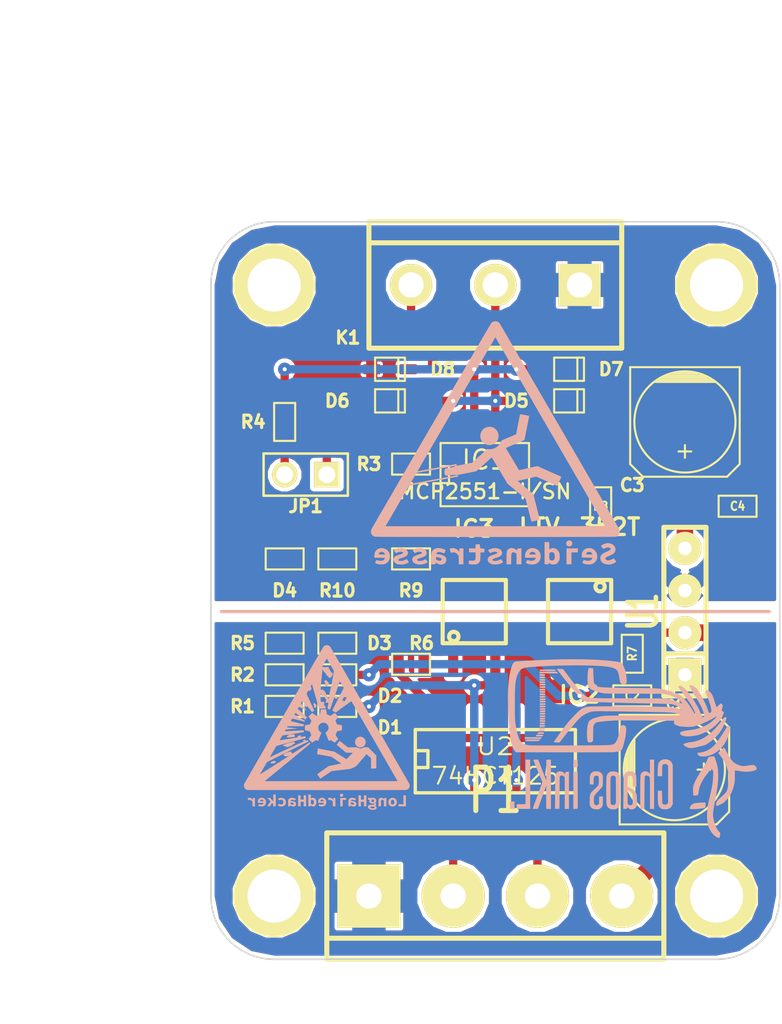
<source format=kicad_pcb>
(kicad_pcb (version 3) (host pcbnew "(2013-may-18)-stable")
  (layers (15 F.Cu signal hide) (0 B.Cu signal hide) (18 B.Paste user) (19 F.Paste user) (20 B.SilkS user hide) (21 F.SilkS user) (22 B.Mask user) (23 F.Mask user) (28 Edge.Cuts user))
  (net 0 "")
  (net 1 +5V)
  (net 2 BUS_5V)
  (net 3 BUS_GND)
  (net 4 GND)
  (net 5 N-0000020)
  (net 6 N-0000021)
  (net 7 N-0000022)
  (net 8 N-0000023)
  (net 9 N-0000024)
  (net 10 N-0000025)
  (net 11 N-0000026)
  (net 12 N-0000027)
  (net 13 N-000004)
  (net 14 N-000005)
  (net 15 N-000006)
  (net 16 N-000007)
  (net 17 RXD)
  (net 18 RXDout)
  (net 19 TXD)
  (net 20 TXDin)
  (module SO8E (layer F.Cu) (at 40.005 44.45)
    (fp_text reference IC1 (at 0 -0.889) (layer F.SilkS) (effects (font (size 1.143 1.143) (thickness 0.1524))))
    (fp_text value MCP2551-I/SN (at 0 1.016) (layer F.SilkS) (effects (font (size 0.889 0.889) (thickness 0.1524))))
    (pad 8 smd rect (at -1.905 -2.667) (size 0.59944 1.39954) (layers F.Cu F.Paste F.Mask) (net 12 N-0000027))
    (pad 1 smd rect (at -1.905 2.667) (size 0.59944 1.39954) (layers F.Cu F.Paste F.Mask) (net 6 N-0000021))
    (pad 7 smd rect (at -0.635 -2.667) (size 0.59944 1.39954) (layers F.Cu F.Paste F.Mask) (net 10 N-0000025))
    (pad 6 smd rect (at 0.635 -2.667) (size 0.59944 1.39954) (layers F.Cu F.Paste F.Mask) (net 11 N-0000026))
    (pad 5 smd rect (at 1.905 -2.667) (size 0.59944 1.39954) (layers F.Cu F.Paste F.Mask))
    (pad 2 smd rect (at -0.635 2.667) (size 0.59944 1.39954) (layers F.Cu F.Paste F.Mask) (net 3 BUS_GND))
    (pad 3 smd rect (at 0.635 2.667) (size 0.59944 1.39954) (layers F.Cu F.Paste F.Mask) (net 2 BUS_5V))
    (pad 4 smd rect (at 1.905 2.667) (size 0.59944 1.39954) (layers F.Cu F.Paste F.Mask) (net 7 N-0000022))
  )
  (module SM0603 (layer F.Cu) (at 35.56 43.815 180)
    (fp_text reference R3 (at 2.54 0 180) (layer F.SilkS) (effects (font (size 0.75 0.75) (thickness 0.2))))
    (fp_text value 120 hide)
    (pad 1 smd rect (at -0.762 0 180) (size 0.635 1.143) (layers F.Cu F.Paste F.Mask) (net 12 N-0000027))
    (pad 2 smd rect (at 0.762 0 180) (size 0.635 1.143) (layers F.Cu F.Paste F.Mask) (net 3 BUS_GND))
  )
  (module SM0603 (layer F.Cu) (at 27.94 56.515)
    (fp_text reference R2 (at -2.54 0) (layer F.SilkS) (effects (font (size 0.75 0.75) (thickness 0.2))))
    (fp_text value 1k hide)
    (pad 1 smd rect (at -0.762 0) (size 0.635 1.143) (layers F.Cu F.Paste F.Mask) (net 1 +5V))
    (pad 2 smd rect (at 0.762 0) (size 0.635 1.143) (layers F.Cu F.Paste F.Mask) (net 14 N-000005))
  )
  (module SM0603 (layer F.Cu) (at 31.115 58.42)
    (fp_text reference D1 (at 3.175 1.27) (layer F.SilkS) (effects (font (size 0.75 0.75) (thickness 0.2))))
    (fp_text value LED hide)
    (pad 1 smd rect (at -0.762 0) (size 0.635 1.143) (layers F.Cu F.Paste F.Mask) (net 15 N-000006))
    (pad 2 smd rect (at 0.762 0) (size 0.635 1.143) (layers F.Cu F.Paste F.Mask) (net 19 TXD))
  )
  (module SM0603 (layer F.Cu) (at 31.115 56.515)
    (fp_text reference D2 (at 3.175 1.27) (layer F.SilkS) (effects (font (size 0.75 0.75) (thickness 0.2))))
    (fp_text value LED hide)
    (pad 1 smd rect (at -0.762 0) (size 0.635 1.143) (layers F.Cu F.Paste F.Mask) (net 14 N-000005))
    (pad 2 smd rect (at 0.762 0) (size 0.635 1.143) (layers F.Cu F.Paste F.Mask) (net 17 RXD))
  )
  (module SM0603 (layer F.Cu) (at 27.94 41.275 90)
    (fp_text reference R4 (at 0 -1.905 180) (layer F.SilkS) (effects (font (size 0.75 0.75) (thickness 0.2))))
    (fp_text value 60 hide)
    (pad 1 smd rect (at -0.762 0 90) (size 0.635 1.143) (layers F.Cu F.Paste F.Mask) (net 9 N-0000024))
    (pad 2 smd rect (at 0.762 0 90) (size 0.635 1.143) (layers F.Cu F.Paste F.Mask) (net 10 N-0000025))
  )
  (module SM0603 (layer F.Cu) (at 48.895 57.785)
    (fp_text reference C2 (at 0 0) (layer F.SilkS) (effects (font (size 0.508 0.4572) (thickness 0.1143))))
    (fp_text value 100nF hide)
    (pad 1 smd rect (at -0.762 0) (size 0.635 1.143) (layers F.Cu F.Paste F.Mask) (net 1 +5V))
    (pad 2 smd rect (at 0.762 0) (size 0.635 1.143) (layers F.Cu F.Paste F.Mask) (net 4 GND))
  )
  (module SM0603 (layer F.Cu) (at 27.94 54.61)
    (fp_text reference R5 (at -2.54 0) (layer F.SilkS) (effects (font (size 0.75 0.75) (thickness 0.2))))
    (fp_text value 1k hide)
    (pad 1 smd rect (at -0.762 0) (size 0.635 1.143) (layers F.Cu F.Paste F.Mask) (net 1 +5V))
    (pad 2 smd rect (at 0.762 0) (size 0.635 1.143) (layers F.Cu F.Paste F.Mask) (net 5 N-0000020))
  )
  (module SM0603 (layer F.Cu) (at 31.115 54.61)
    (fp_text reference D3 (at 2.54 0) (layer F.SilkS) (effects (font (size 0.75 0.75) (thickness 0.2))))
    (fp_text value LED hide)
    (pad 1 smd rect (at -0.762 0) (size 0.635 1.143) (layers F.Cu F.Paste F.Mask) (net 5 N-0000020))
    (pad 2 smd rect (at 0.762 0) (size 0.635 1.143) (layers F.Cu F.Paste F.Mask) (net 4 GND))
  )
  (module PIN_ARRAY_2X1 (layer F.Cu) (at 29.21 44.45 180)
    (fp_text reference JP1 (at 0 -1.905 180) (layer F.SilkS) (effects (font (size 0.75 0.75) (thickness 0.2))))
    (fp_text value JUMPER hide)
    (pad 1 thru_hole rect (at -1.27 0 180) (size 1.524 1.524) (drill 1.016) (layers *.Cu *.Mask F.SilkS) (net 11 N-0000026))
    (pad 2 thru_hole circle (at 1.27 0 180) (size 1.524 1.524) (drill 1.016) (layers *.Cu *.Mask F.SilkS) (net 9 N-0000024))
  )
  (module c_elec_6.3x5.8 (layer F.Cu) (at 51.435 62.23)
    (fp_text reference C1 (at 0 -3.937) (layer F.SilkS) (effects (font (size 0.50038 0.50038) (thickness 0.11938))))
    (fp_text value 47uF hide)
    (pad 1 smd rect (at 2.75082 0) (size 3.59918 1.6002) (layers F.Cu F.Paste F.Mask) (net 1 +5V))
    (pad 2 smd rect (at -2.75082 0) (size 3.59918 1.6002) (layers F.Cu F.Paste F.Mask) (net 4 GND))
  )
  (module bornier4 (layer F.Cu) (at 40.64 69.85)
    (fp_text reference P1 (at 0 -6.35) (layer F.SilkS) (effects (font (size 2.6162 1.59766) (thickness 0.3048))))
    (fp_text value CONN_4 hide)
    (pad 2 thru_hole circle (at -2.54 0) (size 3.81 3.81) (drill 1.524) (layers *.Cu *.Mask F.SilkS) (net 20 TXDin))
    (pad 3 thru_hole circle (at 2.54 0) (size 3.81 3.81) (drill 1.524) (layers *.Cu *.Mask F.SilkS) (net 18 RXDout))
    (pad 1 thru_hole rect (at -7.62 0) (size 3.81 3.81) (drill 1.524) (layers *.Cu *.Mask F.SilkS) (net 4 GND))
    (pad 4 thru_hole circle (at 7.62 0) (size 3.81 3.81) (drill 1.524) (layers *.Cu *.Mask F.SilkS) (net 1 +5V))
  )
  (module bornier3 (layer F.Cu) (at 40.64 33.02 180)
    (fp_text reference K1 (at 8.89 -3.175 180) (layer F.SilkS) (effects (font (size 0.75 0.75) (thickness 0.2))))
    (fp_text value CONN_3 hide)
    (pad 1 thru_hole rect (at -5.08 0 180) (size 2.54 2.54) (drill 1.524) (layers *.Cu *.Mask F.SilkS) (net 3 BUS_GND))
    (pad 2 thru_hole circle (at 0 0 180) (size 2.54 2.54) (drill 1.524) (layers *.Cu *.Mask F.SilkS) (net 11 N-0000026))
    (pad 3 thru_hole circle (at 5.08 0 180) (size 2.54 2.54) (drill 1.524) (layers *.Cu *.Mask F.SilkS) (net 10 N-0000025))
  )
  (module SM0603 (layer F.Cu) (at 27.94 58.42)
    (fp_text reference R1 (at -2.54 0) (layer F.SilkS) (effects (font (size 0.75 0.75) (thickness 0.2))))
    (fp_text value 1k hide)
    (pad 1 smd rect (at -0.762 0) (size 0.635 1.143) (layers F.Cu F.Paste F.Mask) (net 1 +5V))
    (pad 2 smd rect (at 0.762 0) (size 0.635 1.143) (layers F.Cu F.Paste F.Mask) (net 15 N-000006))
  )
  (module 1pin (layer F.Cu) (at 53.975 69.85)
    (fp_text reference 1PIN hide)
    (fp_text value P*** hide)
    (pad 1 thru_hole circle (at 0 0) (size 4.5 4.5) (drill 3.2) (layers *.Cu *.Mask F.SilkS))
  )
  (module 1pin (layer F.Cu) (at 27.305 69.85)
    (fp_text reference 1PIN hide)
    (fp_text value P*** hide)
    (pad 1 thru_hole circle (at 0 0) (size 4.5 4.5) (drill 3.2) (layers *.Cu *.Mask F.SilkS))
  )
  (module 1pin (layer F.Cu) (at 53.975 33.02)
    (fp_text reference 1PIN hide)
    (fp_text value P*** hide)
    (pad 1 thru_hole circle (at 0 0) (size 4.5 4.5) (drill 3.2) (layers *.Cu *.Mask F.SilkS))
  )
  (module 1pin (layer F.Cu) (at 27.305 33.02)
    (fp_text reference 1PIN hide)
    (fp_text value P*** hide)
    (pad 1 thru_hole circle (at 0 0) (size 4.5 4.5) (drill 3.2) (layers *.Cu *.Mask F.SilkS))
  )
  (module SM0603 (layer F.Cu) (at 46.99 46.355 270)
    (fp_text reference R8 (at 0 0 360) (layer F.SilkS) (effects (font (size 0.508 0.4572) (thickness 0.1143))))
    (fp_text value 390 hide)
    (pad 1 smd rect (at -0.762 0 270) (size 0.635 1.143) (layers F.Cu F.Paste F.Mask) (net 2 BUS_5V))
    (pad 2 smd rect (at 0.762 0 270) (size 0.635 1.143) (layers F.Cu F.Paste F.Mask) (net 8 N-0000023))
  )
  (module SM0603 (layer F.Cu) (at 35.56 49.53)
    (fp_text reference R9 (at 0 1.905) (layer F.SilkS) (effects (font (size 0.75 0.75) (thickness 0.2))))
    (fp_text value 1k hide)
    (pad 1 smd rect (at -0.762 0) (size 0.635 1.143) (layers F.Cu F.Paste F.Mask) (net 2 BUS_5V))
    (pad 2 smd rect (at 0.762 0) (size 0.635 1.143) (layers F.Cu F.Paste F.Mask) (net 6 N-0000021))
  )
  (module SM0603 (layer F.Cu) (at 48.895 55.245 270)
    (fp_text reference R7 (at 0 0 270) (layer F.SilkS) (effects (font (size 0.508 0.4572) (thickness 0.1143))))
    (fp_text value R hide)
    (pad 1 smd rect (at -0.762 0 270) (size 0.635 1.143) (layers F.Cu F.Paste F.Mask) (net 1 +5V))
    (pad 2 smd rect (at 0.762 0 270) (size 0.635 1.143) (layers F.Cu F.Paste F.Mask) (net 17 RXD))
  )
  (module SM0603 (layer F.Cu) (at 35.56 55.88)
    (fp_text reference R6 (at 0.635 -1.27) (layer F.SilkS) (effects (font (size 0.75 0.75) (thickness 0.2))))
    (fp_text value 390 hide)
    (pad 1 smd rect (at -0.762 0) (size 0.635 1.143) (layers F.Cu F.Paste F.Mask) (net 1 +5V))
    (pad 2 smd rect (at 0.762 0) (size 0.635 1.143) (layers F.Cu F.Paste F.Mask) (net 13 N-000004))
  )
  (module SM0603 (layer F.Cu) (at 55.245 46.355)
    (fp_text reference C4 (at 0 0) (layer F.SilkS) (effects (font (size 0.508 0.4572) (thickness 0.1143))))
    (fp_text value 100nF hide)
    (pad 1 smd rect (at -0.762 0) (size 0.635 1.143) (layers F.Cu F.Paste F.Mask) (net 2 BUS_5V))
    (pad 2 smd rect (at 0.762 0) (size 0.635 1.143) (layers F.Cu F.Paste F.Mask) (net 3 BUS_GND))
  )
  (module SM0603 (layer F.Cu) (at 31.115 49.53 180)
    (fp_text reference R10 (at 0 -1.905 180) (layer F.SilkS) (effects (font (size 0.75 0.75) (thickness 0.2))))
    (fp_text value 1k hide)
    (pad 1 smd rect (at -0.762 0 180) (size 0.635 1.143) (layers F.Cu F.Paste F.Mask) (net 2 BUS_5V))
    (pad 2 smd rect (at 0.762 0 180) (size 0.635 1.143) (layers F.Cu F.Paste F.Mask) (net 16 N-000007))
  )
  (module SM0603 (layer F.Cu) (at 27.94 49.53 180)
    (fp_text reference D4 (at 0 -1.905 180) (layer F.SilkS) (effects (font (size 0.75 0.75) (thickness 0.2))))
    (fp_text value LED hide)
    (pad 1 smd rect (at -0.762 0 180) (size 0.635 1.143) (layers F.Cu F.Paste F.Mask) (net 16 N-000007))
    (pad 2 smd rect (at 0.762 0 180) (size 0.635 1.143) (layers F.Cu F.Paste F.Mask) (net 3 BUS_GND))
  )
  (module SIL-4 (layer F.Cu) (at 52.07 52.705 90)
    (fp_text reference U1 (at 0 -2.54 90) (layer F.SilkS) (effects (font (size 1.73482 1.08712) (thickness 0.3048))))
    (fp_text value SIM1-0505 hide)
    (pad 1 thru_hole rect (at -3.81 0 90) (size 2 2) (drill 0.8128) (layers *.Cu *.Mask F.SilkS) (net 4 GND))
    (pad 2 thru_hole circle (at -1.27 0 90) (size 2 2) (drill 0.8128) (layers *.Cu *.Mask F.SilkS) (net 1 +5V))
    (pad 3 thru_hole circle (at 1.27 0 90) (size 2 2) (drill 0.8128) (layers *.Cu *.Mask F.SilkS) (net 3 BUS_GND))
    (pad 4 thru_hole circle (at 3.81 0 90) (size 2 2) (drill 0.8128) (layers *.Cu *.Mask F.SilkS) (net 2 BUS_5V))
  )
  (module c_elec_6.3x5.8 (layer F.Cu) (at 52.07 41.275 270)
    (fp_text reference C3 (at 3.81 3.175 360) (layer F.SilkS) (effects (font (size 0.75 0.75) (thickness 0.2))))
    (fp_text value 47uF hide)
    (pad 1 smd rect (at 2.75082 0 270) (size 3.59918 1.6002) (layers F.Cu F.Paste F.Mask) (net 2 BUS_5V))
    (pad 2 smd rect (at -2.75082 0 270) (size 3.59918 1.6002) (layers F.Cu F.Paste F.Mask) (net 3 BUS_GND))
  )
  (module SO14E (layer F.Cu) (at 40.64 61.595)
    (fp_text reference U2 (at 0 -0.762) (layer F.SilkS) (effects (font (size 1.016 1.143) (thickness 0.127))))
    (fp_text value 74HCT125 (at 0 1.016) (layer F.SilkS) (effects (font (size 1.016 1.016) (thickness 0.127))))
    (pad 1 smd rect (at -3.81 2.794) (size 0.508 1.143) (layers F.Cu F.Paste F.Mask) (net 4 GND))
    (pad 2 smd rect (at -2.54 2.794) (size 0.508 1.143) (layers F.Cu F.Paste F.Mask) (net 20 TXDin))
    (pad 3 smd rect (at -1.27 2.794) (size 0.508 1.143) (layers F.Cu F.Paste F.Mask) (net 19 TXD))
    (pad 4 smd rect (at 0 2.794) (size 0.508 1.143) (layers F.Cu F.Paste F.Mask) (net 4 GND))
    (pad 5 smd rect (at 1.27 2.794) (size 0.508 1.143) (layers F.Cu F.Paste F.Mask) (net 17 RXD))
    (pad 6 smd rect (at 2.54 2.794) (size 0.508 1.143) (layers F.Cu F.Paste F.Mask) (net 18 RXDout))
    (pad 7 smd rect (at 3.81 2.794) (size 0.508 1.143) (layers F.Cu F.Paste F.Mask) (net 4 GND))
    (pad 8 smd rect (at 3.81 -2.54) (size 0.508 1.143) (layers F.Cu F.Paste F.Mask))
    (pad 9 smd rect (at 2.54 -2.54) (size 0.508 1.143) (layers F.Cu F.Paste F.Mask))
    (pad 10 smd rect (at 1.27 -2.54) (size 0.508 1.143) (layers F.Cu F.Paste F.Mask))
    (pad 11 smd rect (at 0 -2.54) (size 0.508 1.143) (layers F.Cu F.Paste F.Mask))
    (pad 12 smd rect (at -1.27 -2.54) (size 0.508 1.143) (layers F.Cu F.Paste F.Mask))
    (pad 13 smd rect (at -2.54 -2.54) (size 0.508 1.143) (layers F.Cu F.Paste F.Mask))
    (pad 14 smd rect (at -3.81 -2.54) (size 0.508 1.143) (layers F.Cu F.Paste F.Mask) (net 1 +5V))
  )
  (module sod323 (layer F.Cu) (at 45.085 40.005)
    (fp_text reference D5 (at -3.175 0) (layer F.SilkS) (effects (font (size 0.75 0.75) (thickness 0.2))))
    (fp_text value DIODE hide)
    (pad 2 smd rect (at 1.09982 0) (size 1.00076 0.59944) (layers F.Cu F.Paste F.Mask) (net 2 BUS_5V))
    (pad 1 smd rect (at -1.09982 0) (size 1.00076 0.59944) (layers F.Cu F.Paste F.Mask) (net 11 N-0000026))
  )
  (module sod323 (layer F.Cu) (at 45.085 38.1)
    (fp_text reference D7 (at 2.54 0) (layer F.SilkS) (effects (font (size 0.75 0.75) (thickness 0.2))))
    (fp_text value DIODE hide)
    (pad 2 smd rect (at 1.09982 0) (size 1.00076 0.59944) (layers F.Cu F.Paste F.Mask) (net 2 BUS_5V))
    (pad 1 smd rect (at -1.09982 0) (size 1.00076 0.59944) (layers F.Cu F.Paste F.Mask) (net 10 N-0000025))
  )
  (module sod323 (layer F.Cu) (at 34.29 40.005)
    (fp_text reference D6 (at -3.175 0) (layer F.SilkS) (effects (font (size 0.75 0.75) (thickness 0.2))))
    (fp_text value DIODE hide)
    (pad 2 smd rect (at 1.09982 0) (size 1.00076 0.59944) (layers F.Cu F.Paste F.Mask) (net 11 N-0000026))
    (pad 1 smd rect (at -1.09982 0) (size 1.00076 0.59944) (layers F.Cu F.Paste F.Mask) (net 3 BUS_GND))
  )
  (module sod323 (layer F.Cu) (at 34.29 38.1)
    (fp_text reference D8 (at 3.175 0) (layer F.SilkS) (effects (font (size 0.75 0.75) (thickness 0.2))))
    (fp_text value DIODE hide)
    (pad 2 smd rect (at 1.09982 0) (size 1.00076 0.59944) (layers F.Cu F.Paste F.Mask) (net 10 N-0000025))
    (pad 1 smd rect (at -1.09982 0) (size 1.00076 0.59944) (layers F.Cu F.Paste F.Mask) (net 3 BUS_GND))
  )
  (module mfsop6 (layer F.Cu) (at 39.37 52.705)
    (fp_text reference IC3 (at 0 -5) (layer F.SilkS) (effects (font (thickness 0.2))))
    (fp_text value LTV-352T hide)
    (pad 1 smd rect (at -1.27 3.175) (size 0.61 1.52) (layers F.Cu F.Paste F.Mask) (net 13 N-000004))
    (pad 3 smd rect (at 1.27 3.175) (size 0.61 1.52) (layers F.Cu F.Paste F.Mask) (net 19 TXD))
    (pad 4 smd rect (at 1.27 -3.175) (size 0.61 1.52) (layers F.Cu F.Paste F.Mask) (net 3 BUS_GND))
    (pad 6 smd rect (at -1.27 -3.175) (size 0.61 1.52) (layers F.Cu F.Paste F.Mask) (net 6 N-0000021))
  )
  (module mfsop6 (layer F.Cu) (at 45.72 52.705 180)
    (fp_text reference IC2 (at 0 -5 180) (layer F.SilkS) (effects (font (thickness 0.2))))
    (fp_text value LTV-352T (at 0 5.1 180) (layer F.SilkS) (effects (font (thickness 0.2))))
    (pad 1 smd rect (at -1.27 3.175 180) (size 0.61 1.52) (layers F.Cu F.Paste F.Mask) (net 8 N-0000023))
    (pad 3 smd rect (at 1.27 3.175 180) (size 0.61 1.52) (layers F.Cu F.Paste F.Mask) (net 7 N-0000022))
    (pad 4 smd rect (at 1.27 -3.175 180) (size 0.61 1.52) (layers F.Cu F.Paste F.Mask) (net 4 GND))
    (pad 6 smd rect (at -1.27 -3.175 180) (size 0.61 1.52) (layers F.Cu F.Paste F.Mask) (net 17 RXD))
  )
  (module seidenstrasse_silkbot_15_00mm (layer B.Cu) (at 40.64 42.545)
    (fp_text reference G*** hide)
    (fp_text value seidenstrasse_silkbot_15_00mm hide)
  )
  (module chaosinkl_silkbot_15_00mm (layer B.Cu) (at 48.895 60.96)
    (fp_text reference G*** hide)
    (fp_text value chaosinkl_silkbot_15_00mm hide)
  )
  (module logo_hacker_silkbot_10_00mm (layer B.Cu) (at 30.48 59.69)
    (fp_text reference G*** hide)
    (fp_text value logo_hacker_silkbot_10_00mm hide)
  )
  (gr_line (start 24.13 52.705) (end 57.15 52.705) (angle 90) (layer B.SilkS) (width 0.2))
  (gr_line (start 23.495 69.85) (end 23.495 33.02) (angle 90) (layer Edge.Cuts) (width 0.1))
  (gr_line (start 53.975 73.66) (end 27.305 73.66) (angle 90) (layer Edge.Cuts) (width 0.1))
  (gr_line (start 57.785 33.02) (end 57.785 69.85) (angle 90) (layer Edge.Cuts) (width 0.1))
  (gr_line (start 27.305 29.21) (end 53.975 29.21) (angle 90) (layer Edge.Cuts) (width 0.1))
  (gr_arc (start 53.975 33.02) (end 53.975 29.21) (angle 90) (layer Edge.Cuts) (width 0.1))
  (gr_arc (start 27.305 33.02) (end 23.495 33.02) (angle 90) (layer Edge.Cuts) (width 0.1))
  (gr_arc (start 27.305 69.85) (end 27.305 73.66) (angle 90) (layer Edge.Cuts) (width 0.1))
  (gr_arc (start 53.975 69.85) (end 57.785 69.85) (angle 90) (layer Edge.Cuts) (width 0.1))
  (gr_line (start 53.975 52.705) (end 57.15 52.705) (angle 90) (layer F.SilkS) (width 0.2))
  (gr_line (start 48.26 52.705) (end 50.165 52.705) (angle 90) (layer F.SilkS) (width 0.2))
  (gr_line (start 41.91 52.705) (end 43.18 52.705) (angle 90) (layer F.SilkS) (width 0.2))
  (gr_line (start 24.13 52.705) (end 36.195 52.705) (angle 90) (layer F.SilkS) (width 0.2))
  (segment (start 46.99 60.325) (end 46.99 58.42) (width 0.5) (layer F.Cu) (net 1))
  (segment (start 47.625 57.785) (end 46.99 58.42) (width 0.5) (layer F.Cu) (net 1))
  (segment (start 47.625 57.785) (end 48.133 57.785) (width 0.5) (layer F.Cu) (net 1))
  (segment (start 54.18582 60.325) (end 51.435 60.325) (width 0.5) (layer F.Cu) (net 1))
  (segment (start 51.435 60.325) (end 46.99 60.325) (width 0.5) (layer F.Cu) (net 1))
  (segment (start 46.99 60.325) (end 36.83 60.325) (width 0.5) (layer F.Cu) (net 1))
  (segment (start 54.18582 60.325) (end 53.975 60.325) (width 0.5) (layer F.Cu) (net 1))
  (segment (start 53.975 60.325) (end 54.18582 60.325) (width 0.5) (layer F.Cu) (net 1))
  (segment (start 54.18582 62.23) (end 54.18582 60.325) (width 1) (layer F.Cu) (net 1))
  (segment (start 54.18582 60.325) (end 54.18582 55.245) (width 1) (layer F.Cu) (net 1))
  (segment (start 54.18582 55.245) (end 54.18582 54.82082) (width 1) (layer F.Cu) (net 1))
  (segment (start 53.34 53.975) (end 52.07 53.975) (width 1) (layer F.Cu) (net 1))
  (segment (start 54.18582 54.82082) (end 53.34 53.975) (width 1) (layer F.Cu) (net 1))
  (segment (start 53.975 64.135) (end 53.975 62.44082) (width 1) (layer F.Cu) (net 1))
  (segment (start 53.34 64.77) (end 53.975 64.135) (width 1) (layer F.Cu) (net 1))
  (segment (start 48.26 69.85) (end 53.34 64.77) (width 1) (layer F.Cu) (net 1))
  (segment (start 53.975 62.44082) (end 54.18582 62.23) (width 1) (layer F.Cu) (net 1))
  (segment (start 36.83 59.055) (end 36.83 60.325) (width 0.5) (layer F.Cu) (net 1))
  (segment (start 36.83 60.325) (end 34.29 60.325) (width 0.5) (layer F.Cu) (net 1))
  (segment (start 36.195 57.785) (end 34.925 56.515) (width 0.5) (layer F.Cu) (net 1))
  (segment (start 36.83 58.42) (end 36.195 57.785) (width 0.5) (layer F.Cu) (net 1))
  (segment (start 36.83 59.055) (end 36.83 58.42) (width 0.5) (layer F.Cu) (net 1))
  (segment (start 34.925 56.007) (end 34.798 55.88) (width 0.5) (layer F.Cu) (net 1))
  (segment (start 34.925 56.515) (end 34.925 56.007) (width 0.5) (layer F.Cu) (net 1))
  (segment (start 27.178 59.563) (end 27.178 58.42) (width 0.5) (layer F.Cu) (net 1))
  (segment (start 34.29 60.325) (end 27.94 60.325) (width 0.5) (layer F.Cu) (net 1))
  (segment (start 27.178 59.563) (end 27.94 60.325) (width 0.5) (layer F.Cu) (net 1))
  (segment (start 34.29 60.325) (end 34.29 60.325) (width 0.5) (layer F.Cu) (net 1))
  (segment (start 27.178 56.515) (end 27.178 58.42) (width 0.5) (layer F.Cu) (net 1))
  (segment (start 48.895 54.483) (end 50.292 54.483) (width 0.5) (layer F.Cu) (net 1))
  (segment (start 50.292 54.483) (end 50.8 53.975) (width 0.5) (layer F.Cu) (net 1))
  (segment (start 50.8 53.975) (end 52.07 53.975) (width 0.5) (layer F.Cu) (net 1))
  (segment (start 27.178 56.515) (end 27.178 54.61) (width 0.5) (layer F.Cu) (net 1))
  (segment (start 52.07 46.355) (end 54.483 46.355) (width 0.5) (layer F.Cu) (net 2))
  (segment (start 46.18482 40.005) (end 46.18482 44.45) (width 0.5) (layer F.Cu) (net 2))
  (segment (start 46.18482 44.45) (end 46.355 44.45) (width 0.5) (layer F.Cu) (net 2))
  (segment (start 46.99 45.593) (end 46.99 44.45) (width 0.5) (layer F.Cu) (net 2))
  (segment (start 40.64 45.72) (end 34.29 45.72) (width 0.5) (layer F.Cu) (net 2))
  (segment (start 33.655 46.355) (end 33.655 49.53) (width 0.5) (layer F.Cu) (net 2))
  (segment (start 34.29 45.72) (end 33.655 46.355) (width 0.5) (layer F.Cu) (net 2))
  (segment (start 31.877 49.53) (end 33.655 49.53) (width 0.5) (layer F.Cu) (net 2))
  (segment (start 33.655 49.53) (end 34.798 49.53) (width 0.5) (layer F.Cu) (net 2))
  (segment (start 47.625 44.45) (end 49.53 44.45) (width 0.5) (layer F.Cu) (net 2))
  (segment (start 49.95418 44.02582) (end 52.07 44.02582) (width 0.5) (layer F.Cu) (net 2))
  (segment (start 49.53 44.45) (end 49.95418 44.02582) (width 0.5) (layer F.Cu) (net 2))
  (segment (start 40.64 47.117) (end 40.64 45.72) (width 0.5) (layer F.Cu) (net 2))
  (segment (start 41.91 44.45) (end 46.355 44.45) (width 0.5) (layer F.Cu) (net 2))
  (segment (start 40.64 45.72) (end 41.91 44.45) (width 0.5) (layer F.Cu) (net 2))
  (segment (start 46.355 44.45) (end 46.99 44.45) (width 0.5) (layer F.Cu) (net 2))
  (segment (start 46.99 44.45) (end 47.625 44.45) (width 0.5) (layer F.Cu) (net 2))
  (segment (start 46.18482 38.1) (end 46.18482 40.005) (width 0.5) (layer F.Cu) (net 2))
  (segment (start 52.07 48.895) (end 52.07 46.355) (width 1) (layer F.Cu) (net 2))
  (segment (start 52.07 46.355) (end 52.07 44.02582) (width 1) (layer F.Cu) (net 2))
  (segment (start 28.702 54.61) (end 30.353 54.61) (width 0.5) (layer F.Cu) (net 5))
  (segment (start 38.1 49.53) (end 38.1 47.117) (width 0.5) (layer F.Cu) (net 6))
  (segment (start 38.1 49.53) (end 36.322 49.53) (width 0.5) (layer F.Cu) (net 6))
  (segment (start 41.91 47.117) (end 41.91 48.895) (width 0.5) (layer F.Cu) (net 7))
  (segment (start 42.545 49.53) (end 44.45 49.53) (width 0.5) (layer F.Cu) (net 7))
  (segment (start 41.91 48.895) (end 42.545 49.53) (width 0.5) (layer F.Cu) (net 7))
  (segment (start 46.99 49.53) (end 46.99 47.117) (width 0.5) (layer F.Cu) (net 8))
  (segment (start 27.94 44.45) (end 27.94 42.037) (width 0.5) (layer F.Cu) (net 9))
  (via (at 27.94 38.1) (size 0.8) (drill 0.25) (layers F.Cu B.Cu) (net 10))
  (segment (start 39.37 38.1) (end 27.94 38.1) (width 0.5) (layer B.Cu) (net 10))
  (segment (start 27.94 38.1) (end 27.94 40.513) (width 0.5) (layer F.Cu) (net 10))
  (segment (start 36.83 38.1) (end 36.83 36.83) (width 0.5) (layer F.Cu) (net 10))
  (segment (start 36.83 36.83) (end 36.83 36.195) (width 0.5) (layer F.Cu) (net 10))
  (segment (start 35.56 34.925) (end 35.56 33.02) (width 0.5) (layer F.Cu) (net 10))
  (segment (start 36.83 36.195) (end 35.56 34.925) (width 0.5) (layer F.Cu) (net 10))
  (segment (start 39.37 41.783) (end 39.37 38.1) (width 0.5) (layer F.Cu) (net 10))
  (segment (start 39.37 38.1) (end 39.37 38.1) (width 0.5) (layer F.Cu) (net 10))
  (via (at 39.37 38.1) (size 0.8) (drill 0.25) (layers F.Cu B.Cu) (net 10))
  (segment (start 41.91 38.1) (end 39.37 38.1) (width 0.5) (layer B.Cu) (net 10))
  (via (at 41.91 38.1) (size 0.8) (drill 0.25) (layers F.Cu B.Cu) (net 10))
  (segment (start 43.98518 38.1) (end 41.91 38.1) (width 0.5) (layer F.Cu) (net 10))
  (segment (start 35.38982 38.1) (end 36.83 38.1) (width 0.5) (layer F.Cu) (net 10))
  (segment (start 36.83 38.1) (end 39.37 38.1) (width 0.5) (layer F.Cu) (net 10))
  (segment (start 39.37 38.1) (end 39.54018 38.1) (width 0.5) (layer F.Cu) (net 10))
  (segment (start 34.925 41.91) (end 31.75 41.91) (width 0.5) (layer F.Cu) (net 11))
  (segment (start 35.38982 41.44518) (end 34.925 41.91) (width 0.5) (layer F.Cu) (net 11))
  (segment (start 35.38982 40.005) (end 35.38982 41.44518) (width 0.5) (layer F.Cu) (net 11))
  (segment (start 30.48 42.545) (end 30.48 44.45) (width 0.5) (layer F.Cu) (net 11))
  (segment (start 31.115 41.91) (end 30.48 42.545) (width 0.5) (layer F.Cu) (net 11))
  (segment (start 31.75 41.91) (end 31.115 41.91) (width 0.5) (layer F.Cu) (net 11))
  (segment (start 40.64 40.005) (end 40.64 33.02) (width 0.5) (layer F.Cu) (net 11))
  (segment (start 40.64 41.783) (end 40.64 40.64) (width 0.5) (layer F.Cu) (net 11))
  (segment (start 40.64 40.64) (end 40.64 40.005) (width 0.5) (layer F.Cu) (net 11))
  (segment (start 35.38982 40.005) (end 38.1 40.005) (width 0.5) (layer F.Cu) (net 11))
  (segment (start 42.545 40.005) (end 43.815 40.005) (width 0.5) (layer F.Cu) (net 11))
  (segment (start 40.46982 40.005) (end 42.545 40.005) (width 0.5) (layer F.Cu) (net 11))
  (segment (start 40.64 40.005) (end 40.46982 40.005) (width 0.5) (layer F.Cu) (net 11))
  (via (at 40.64 40.005) (size 0.8) (drill 0.25) (layers F.Cu B.Cu) (net 11))
  (segment (start 38.1 40.005) (end 40.64 40.005) (width 0.5) (layer B.Cu) (net 11))
  (via (at 38.1 40.005) (size 0.8) (drill 0.25) (layers F.Cu B.Cu) (net 11))
  (segment (start 36.322 43.815) (end 37.465 43.815) (width 0.5) (layer F.Cu) (net 12))
  (segment (start 38.1 43.18) (end 38.1 41.783) (width 0.5) (layer F.Cu) (net 12))
  (segment (start 37.465 43.815) (end 38.1 43.18) (width 0.5) (layer F.Cu) (net 12))
  (segment (start 38.1 55.88) (end 36.322 55.88) (width 0.5) (layer F.Cu) (net 13))
  (segment (start 28.702 56.515) (end 30.353 56.515) (width 0.5) (layer F.Cu) (net 14))
  (segment (start 28.702 58.42) (end 30.353 58.42) (width 0.5) (layer F.Cu) (net 15))
  (segment (start 30.353 49.53) (end 28.702 49.53) (width 0.5) (layer F.Cu) (net 16))
  (segment (start 42.545 55.88) (end 44.45 57.785) (width 0.5) (layer B.Cu) (net 17))
  (segment (start 41.91 55.88) (end 42.545 55.88) (width 0.5) (layer B.Cu) (net 17))
  (via (at 45.72 57.785) (size 0.8) (drill 0.25) (layers F.Cu B.Cu) (net 17))
  (segment (start 45.72 57.785) (end 44.45 57.785) (width 0.5) (layer B.Cu) (net 17))
  (segment (start 46.355 57.785) (end 46.99 57.15) (width 0.5) (layer F.Cu) (net 17))
  (segment (start 46.99 57.15) (end 46.99 55.88) (width 0.5) (layer F.Cu) (net 17))
  (segment (start 46.355 57.785) (end 45.72 57.785) (width 0.5) (layer F.Cu) (net 17))
  (segment (start 33.02 56.515) (end 31.877 56.515) (width 0.5) (layer F.Cu) (net 17))
  (segment (start 33.655 55.88) (end 41.91 55.88) (width 0.5) (layer B.Cu) (net 17))
  (segment (start 33.02 56.515) (end 33.655 55.88) (width 0.5) (layer B.Cu) (net 17))
  (via (at 33.02 56.515) (size 0.8) (drill 0.25) (layers F.Cu B.Cu) (net 17))
  (segment (start 41.91 64.389) (end 41.91 62.865) (width 0.5) (layer F.Cu) (net 17))
  (segment (start 41.91 55.88) (end 41.91 62.865) (width 0.5) (layer B.Cu) (net 17))
  (via (at 41.91 62.865) (size 0.8) (drill 0.25) (layers F.Cu B.Cu) (net 17))
  (segment (start 48.895 56.007) (end 47.752 56.007) (width 0.5) (layer F.Cu) (net 17))
  (segment (start 47.752 56.007) (end 47.625 55.88) (width 0.5) (layer F.Cu) (net 17))
  (segment (start 47.625 55.88) (end 46.99 55.88) (width 0.5) (layer F.Cu) (net 17))
  (segment (start 43.18 64.389) (end 43.18 70.485) (width 0.5) (layer F.Cu) (net 18))
  (via (at 33.02 58.42) (size 0.8) (drill 0.25) (layers F.Cu B.Cu) (net 19))
  (segment (start 34.29 57.15) (end 33.02 58.42) (width 0.5) (layer B.Cu) (net 19))
  (segment (start 39.37 57.15) (end 34.29 57.15) (width 0.5) (layer B.Cu) (net 19))
  (segment (start 33.02 58.42) (end 31.877 58.42) (width 0.5) (layer F.Cu) (net 19))
  (segment (start 40.64 55.88) (end 40.64 56.515) (width 0.5) (layer F.Cu) (net 19))
  (segment (start 39.37 57.15) (end 39.37 62.865) (width 0.5) (layer B.Cu) (net 19))
  (via (at 39.37 57.15) (size 0.8) (drill 0.25) (layers F.Cu B.Cu) (net 19))
  (segment (start 40.005 57.15) (end 39.37 57.15) (width 0.5) (layer F.Cu) (net 19))
  (segment (start 40.64 56.515) (end 40.005 57.15) (width 0.5) (layer F.Cu) (net 19))
  (segment (start 39.37 64.389) (end 39.37 62.865) (width 0.5) (layer F.Cu) (net 19))
  (via (at 39.37 62.865) (size 0.8) (drill 0.25) (layers F.Cu B.Cu) (net 19))
  (segment (start 39.37 62.865) (end 39.37 62.865) (width 0.5) (layer B.Cu) (net 19))
  (segment (start 38.1 70.485) (end 38.1 64.389) (width 0.5) (layer F.Cu) (net 20))
  (zone (net 3) (net_name BUS_GND) (layer F.Cu) (connect_pads (clearance 0.17)) (min_thickness 0.17) (fill (arc_segments 16) (thermal_gap 0.17) (thermal_bridge_width 2))
    (polygon (pts (xy 23.495 29.21) (xy 23.495 52.07) (xy 57.785 52.07) (xy 57.785 29.21)))
  )
  (zone (net 4) (net_name GND) (layer F.Cu) (connect_pads (clearance 0.17)) (min_thickness 0.17) (fill (arc_segments 16) (thermal_gap 0.17) (thermal_bridge_width 2))
    (polygon (pts (xy 23.495 53.34) (xy 57.785 53.34) (xy 57.785 73.66) (xy 23.495 73.66)))
  )
  (zone (net 3) (net_name BUS_GND) (layer B.Cu) (connect_pads (clearance 0.17)) (min_thickness 0.17) (fill (arc_segments 16) (thermal_gap 0.17) (thermal_bridge_width 2))
    (polygon (pts (xy 23.495 29.21) (xy 23.495 52.07) (xy 57.785 52.07) (xy 57.785 29.21)))
  )
  (zone (net 4) (net_name GND) (layer B.Cu) (connect_pads (clearance 0.17)) (min_thickness 0.17) (fill (arc_segments 16) (thermal_gap 0.17) (thermal_bridge_width 2))
    (polygon (pts (xy 23.495 53.34) (xy 23.495 73.66) (xy 57.785 73.66) (xy 57.785 53.34)))
  )
)
</source>
